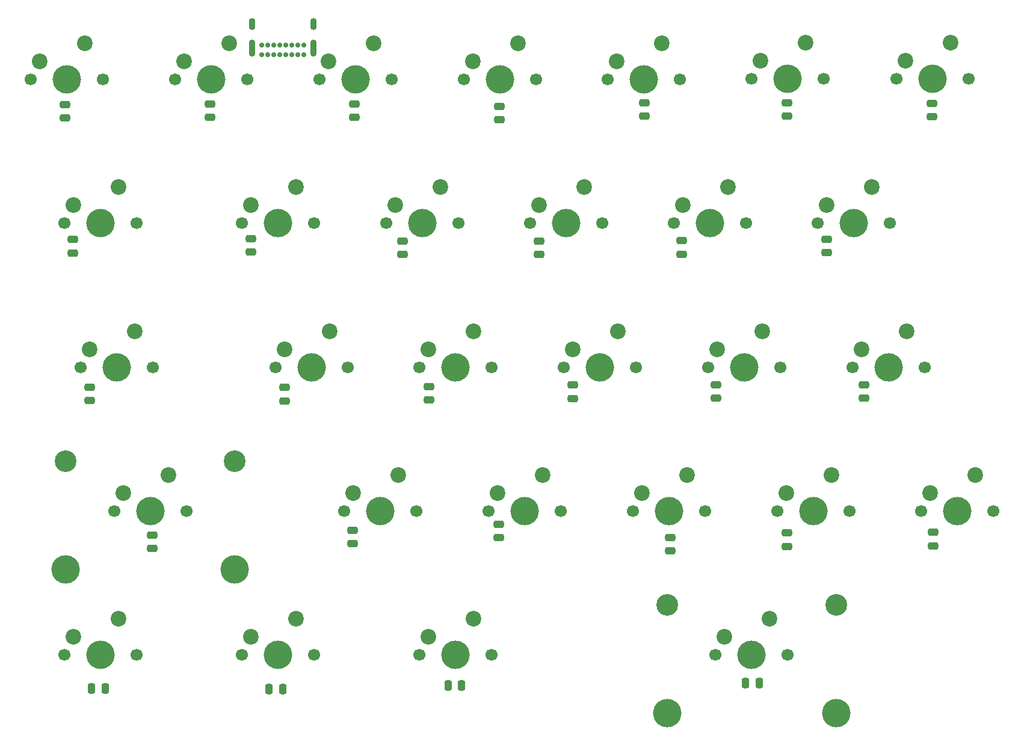
<source format=gbr>
%TF.GenerationSoftware,KiCad,Pcbnew,6.0.2+dfsg-1*%
%TF.CreationDate,2023-05-02T18:44:16+02:00*%
%TF.ProjectId,keyboard2_ctrl,6b657962-6f61-4726-9432-5f6374726c2e,rev?*%
%TF.SameCoordinates,Original*%
%TF.FileFunction,Soldermask,Top*%
%TF.FilePolarity,Negative*%
%FSLAX46Y46*%
G04 Gerber Fmt 4.6, Leading zero omitted, Abs format (unit mm)*
G04 Created by KiCad (PCBNEW 6.0.2+dfsg-1) date 2023-05-02 18:44:16*
%MOMM*%
%LPD*%
G01*
G04 APERTURE LIST*
G04 Aperture macros list*
%AMRoundRect*
0 Rectangle with rounded corners*
0 $1 Rounding radius*
0 $2 $3 $4 $5 $6 $7 $8 $9 X,Y pos of 4 corners*
0 Add a 4 corners polygon primitive as box body*
4,1,4,$2,$3,$4,$5,$6,$7,$8,$9,$2,$3,0*
0 Add four circle primitives for the rounded corners*
1,1,$1+$1,$2,$3*
1,1,$1+$1,$4,$5*
1,1,$1+$1,$6,$7*
1,1,$1+$1,$8,$9*
0 Add four rect primitives between the rounded corners*
20,1,$1+$1,$2,$3,$4,$5,0*
20,1,$1+$1,$4,$5,$6,$7,0*
20,1,$1+$1,$6,$7,$8,$9,0*
20,1,$1+$1,$8,$9,$2,$3,0*%
G04 Aperture macros list end*
%ADD10RoundRect,0.250000X-0.250000X-0.475000X0.250000X-0.475000X0.250000X0.475000X-0.250000X0.475000X0*%
%ADD11RoundRect,0.250000X0.475000X-0.250000X0.475000X0.250000X-0.475000X0.250000X-0.475000X-0.250000X0*%
%ADD12C,1.700000*%
%ADD13C,4.000000*%
%ADD14C,2.200000*%
%ADD15RoundRect,0.250000X0.250000X0.475000X-0.250000X0.475000X-0.250000X-0.475000X0.250000X-0.475000X0*%
%ADD16C,3.050000*%
%ADD17C,0.700000*%
%ADD18O,0.900000X1.700000*%
%ADD19O,0.900000X2.400000*%
G04 APERTURE END LIST*
D10*
%TO.C,D_Alt1*%
X86733068Y-120177049D03*
X88633068Y-120177049D03*
%TD*%
D11*
%TO.C,D_Z1*%
X73295589Y-100173253D03*
X73295589Y-98273253D03*
%TD*%
D12*
%TO.C,K_E1*%
X108430873Y-55055766D03*
D13*
X103350873Y-55055766D03*
D12*
X98270873Y-55055766D03*
D14*
X105890873Y-49975766D03*
X99540873Y-52515766D03*
%TD*%
D11*
%TO.C,D_F1*%
X124452084Y-79713012D03*
X124452084Y-77813012D03*
%TD*%
D12*
%TO.C,K_S1*%
X82686682Y-75379673D03*
D13*
X87766682Y-75379673D03*
D12*
X92846682Y-75379673D03*
D14*
X90306682Y-70299673D03*
X83956682Y-72839673D03*
%TD*%
D12*
%TO.C,K_1*%
X48300144Y-34798000D03*
D13*
X53380144Y-34798000D03*
D12*
X58460144Y-34798000D03*
D14*
X55920144Y-29718000D03*
X49570144Y-32258000D03*
%TD*%
D11*
%TO.C,D_W1*%
X80294988Y-59447891D03*
X80294988Y-57547891D03*
%TD*%
%TO.C,D_esc1*%
X32835000Y-40255000D03*
X32835000Y-38355000D03*
%TD*%
%TO.C,D_A1*%
X63734613Y-80058602D03*
X63734613Y-78158602D03*
%TD*%
%TO.C,D_G1*%
X145267223Y-79686429D03*
X145267223Y-77786429D03*
%TD*%
%TO.C,D_2*%
X73539000Y-40135000D03*
X73539000Y-38235000D03*
%TD*%
D12*
%TO.C,K_V1*%
X133062576Y-95612304D03*
D13*
X138142576Y-95612304D03*
D12*
X143222576Y-95612304D03*
D14*
X140682576Y-90532304D03*
X134332576Y-93072304D03*
%TD*%
D12*
%TO.C,K_Alt1*%
X82658568Y-115790049D03*
D13*
X87738568Y-115790049D03*
D12*
X92818568Y-115790049D03*
D14*
X90278568Y-110710049D03*
X83928568Y-113250049D03*
%TD*%
D11*
%TO.C,D_B1*%
X154996262Y-100463080D03*
X154996262Y-98563080D03*
%TD*%
D12*
%TO.C,K_C1*%
X122846509Y-95612304D03*
D13*
X117766509Y-95612304D03*
D12*
X112686509Y-95612304D03*
D14*
X120306509Y-90532304D03*
X113956509Y-93072304D03*
%TD*%
D11*
%TO.C,D_V1*%
X134369570Y-100567144D03*
X134369570Y-98667144D03*
%TD*%
D12*
%TO.C,K_3*%
X88900000Y-34798000D03*
X99060000Y-34798000D03*
D13*
X93980000Y-34798000D03*
D14*
X96520000Y-29718000D03*
X90170000Y-32258000D03*
%TD*%
D13*
%TO.C,K_2*%
X73660000Y-34798000D03*
D12*
X68580000Y-34798000D03*
X78740000Y-34798000D03*
D14*
X76200000Y-29718000D03*
X69850000Y-32258000D03*
%TD*%
D12*
%TO.C,K_Tab1*%
X32679165Y-55051483D03*
D13*
X37759165Y-55051483D03*
D12*
X42839165Y-55051483D03*
D14*
X40299165Y-49971483D03*
X33949165Y-52511483D03*
%TD*%
D12*
%TO.C,K_6*%
X159990270Y-34755006D03*
D13*
X154910270Y-34755006D03*
D12*
X149830270Y-34755006D03*
D14*
X157450270Y-29675006D03*
X151100270Y-32215006D03*
%TD*%
D12*
%TO.C,K_D1*%
X113127860Y-75377136D03*
X102967860Y-75377136D03*
D13*
X108047860Y-75377136D03*
D14*
X110587860Y-70297136D03*
X104237860Y-72837136D03*
%TD*%
D15*
%TO.C,D_Space1*%
X130472244Y-119817106D03*
X128572244Y-119817106D03*
%TD*%
D12*
%TO.C,K_4*%
X119369316Y-34768489D03*
X109209316Y-34768489D03*
D13*
X114289316Y-34768489D03*
D14*
X116829316Y-29688489D03*
X110479316Y-32228489D03*
%TD*%
D12*
%TO.C,K_F1*%
X123306460Y-75377136D03*
D13*
X128386460Y-75377136D03*
D12*
X133466460Y-75377136D03*
D14*
X130926460Y-70297136D03*
X124576460Y-72837136D03*
%TD*%
D12*
%TO.C,K_X1*%
X92413932Y-95612304D03*
X102573932Y-95612304D03*
D13*
X97493932Y-95612304D03*
D14*
X100033932Y-90532304D03*
X93683932Y-93072304D03*
%TD*%
D11*
%TO.C,D_R1*%
X119612474Y-59421307D03*
X119612474Y-57521307D03*
%TD*%
%TO.C,D_S1*%
X83991493Y-79945249D03*
X83991493Y-78045249D03*
%TD*%
D13*
%TO.C,K_Esc1*%
X33020000Y-34798000D03*
D12*
X38100000Y-34798000D03*
X27940000Y-34798000D03*
D14*
X35560000Y-29718000D03*
X29210000Y-32258000D03*
%TD*%
D13*
%TO.C,K_Shift1*%
X32895762Y-103838020D03*
X44795762Y-95598020D03*
X56695762Y-103838020D03*
D12*
X49875762Y-95598020D03*
D16*
X32895762Y-88598020D03*
X56695762Y-88598020D03*
D12*
X39715762Y-95598020D03*
D14*
X47335762Y-90518020D03*
X40985762Y-93058020D03*
%TD*%
D12*
%TO.C,K_B1*%
X163478653Y-95612304D03*
D13*
X158398653Y-95612304D03*
D12*
X153318653Y-95612304D03*
D14*
X160938653Y-90532304D03*
X154588653Y-93072304D03*
%TD*%
D11*
%TO.C,D_4*%
X114326316Y-39983489D03*
X114326316Y-38083489D03*
%TD*%
%TO.C,D_Caps1*%
X36273516Y-80051584D03*
X36273516Y-78151584D03*
%TD*%
%TO.C,D_3*%
X93955000Y-40507000D03*
X93955000Y-38607000D03*
%TD*%
D15*
%TO.C,D_Lin1*%
X63425929Y-120671049D03*
X61525929Y-120671049D03*
%TD*%
D11*
%TO.C,D_E1*%
X99515098Y-59447891D03*
X99515098Y-57547891D03*
%TD*%
D13*
%TO.C,K_5*%
X134468949Y-34755006D03*
D12*
X139548949Y-34755006D03*
X129388949Y-34755006D03*
D14*
X137008949Y-29675006D03*
X130658949Y-32215006D03*
%TD*%
D13*
%TO.C,K_Q1*%
X62778198Y-55055766D03*
D12*
X67858198Y-55055766D03*
X57698198Y-55055766D03*
D14*
X65318198Y-49975766D03*
X58968198Y-52515766D03*
%TD*%
D11*
%TO.C,D_1*%
X53233144Y-40133000D03*
X53233144Y-38233000D03*
%TD*%
%TO.C,D_5*%
X134371949Y-39970006D03*
X134371949Y-38070006D03*
%TD*%
%TO.C,D_D1*%
X104221788Y-79732578D03*
X104221788Y-77832578D03*
%TD*%
D13*
%TO.C,K_W1*%
X83068376Y-55055766D03*
D12*
X88148376Y-55055766D03*
X77988376Y-55055766D03*
D14*
X85608376Y-49975766D03*
X79258376Y-52515766D03*
%TD*%
D13*
%TO.C,K_G1*%
X148685554Y-75377136D03*
D12*
X143605554Y-75377136D03*
X153765554Y-75377136D03*
D14*
X151225554Y-70297136D03*
X144875554Y-72837136D03*
%TD*%
D15*
%TO.C,D_Ctrl1*%
X38439665Y-120581049D03*
X36539665Y-120581049D03*
%TD*%
D11*
%TO.C,D_Tab1*%
X33932787Y-59261804D03*
X33932787Y-57361804D03*
%TD*%
%TO.C,D_T1*%
X139975689Y-59182052D03*
X139975689Y-57282052D03*
%TD*%
%TO.C,D_Shift1*%
X45095757Y-100849441D03*
X45095757Y-98949441D03*
%TD*%
D12*
%TO.C,K_Space1*%
X124339215Y-115790049D03*
D16*
X117519215Y-108790049D03*
X141319215Y-108790049D03*
D13*
X141319215Y-124030049D03*
X117519215Y-124030049D03*
X129419215Y-115790049D03*
D12*
X134499215Y-115790049D03*
D14*
X131959215Y-110710049D03*
X125609215Y-113250049D03*
%TD*%
D11*
%TO.C,D_C1*%
X117937509Y-101215304D03*
X117937509Y-99315304D03*
%TD*%
%TO.C,D_Q1*%
X58948172Y-59102301D03*
X58948172Y-57202301D03*
%TD*%
D13*
%TO.C,K_T1*%
X143771800Y-55055766D03*
D12*
X148851800Y-55055766D03*
X138691800Y-55055766D03*
D14*
X146311800Y-49975766D03*
X139961800Y-52515766D03*
%TD*%
D13*
%TO.C,K_R1*%
X123526755Y-55055766D03*
D12*
X128606755Y-55055766D03*
X118446755Y-55055766D03*
D14*
X126066755Y-49975766D03*
X119716755Y-52515766D03*
%TD*%
D13*
%TO.C,K_Ctrl1*%
X37759165Y-115790049D03*
D12*
X32679165Y-115790049D03*
X42839165Y-115790049D03*
D14*
X40299165Y-110710049D03*
X33949165Y-113250049D03*
%TD*%
D13*
%TO.C,K_Lin1*%
X62810929Y-115790049D03*
D12*
X57730929Y-115790049D03*
X67890929Y-115790049D03*
D14*
X65350929Y-110710049D03*
X59000929Y-113250049D03*
%TD*%
D12*
%TO.C,K_Caps-Lock1*%
X35038987Y-75379673D03*
X45198987Y-75379673D03*
D13*
X40118987Y-75379673D03*
D14*
X42658987Y-70299673D03*
X36308987Y-72839673D03*
%TD*%
D11*
%TO.C,D_X1*%
X93839574Y-99343838D03*
X93839574Y-97443838D03*
%TD*%
D13*
%TO.C,K_A1*%
X67474513Y-75379673D03*
D12*
X62394513Y-75379673D03*
X72554513Y-75379673D03*
D14*
X70014513Y-70299673D03*
X63664513Y-72839673D03*
%TD*%
D11*
%TO.C,D_6*%
X154831270Y-40090006D03*
X154831270Y-38190006D03*
%TD*%
D13*
%TO.C,K_Z1*%
X77176815Y-95612304D03*
D12*
X72096815Y-95612304D03*
X82256815Y-95612304D03*
D14*
X79716815Y-90532304D03*
X73366815Y-93072304D03*
%TD*%
D17*
%TO.C,USB_C1*%
X60487914Y-31353386D03*
X61337914Y-31353386D03*
X62187914Y-31353386D03*
X63037914Y-31353386D03*
X63887914Y-31353386D03*
X64737914Y-31353386D03*
X65587914Y-31353386D03*
X66437914Y-31353386D03*
X66437914Y-30003386D03*
X65587914Y-30003386D03*
X64737914Y-30003386D03*
X63887914Y-30003386D03*
X63037914Y-30003386D03*
X62187914Y-30003386D03*
X61337914Y-30003386D03*
X60487914Y-30003386D03*
D18*
X59137914Y-26993386D03*
X67787914Y-26993386D03*
D19*
X59137914Y-30373386D03*
X67787914Y-30373386D03*
%TD*%
M02*

</source>
